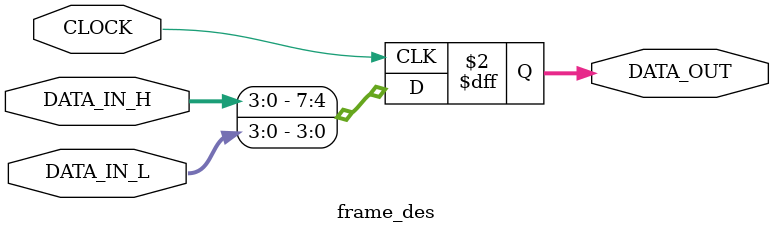
<source format=v>
module frame_des( CLOCK, DATA_IN_L, DATA_IN_H, DATA_OUT );

	input	CLOCK;
	input [7:0] DATA_IN_L;
	input [7:0] DATA_IN_H;
	output reg [7:0] DATA_OUT;
	
	always @(posedge CLOCK )
   begin
      DATA_OUT <= { DATA_IN_H[3], DATA_IN_H[2], DATA_IN_H[1], DATA_IN_H[0],
		              DATA_IN_L[3], DATA_IN_L[2], DATA_IN_L[1], DATA_IN_L[0]};
	end

endmodule

</source>
